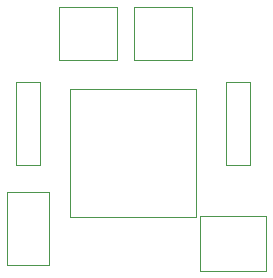
<source format=gbr>
%TF.GenerationSoftware,KiCad,Pcbnew,(5.1.9)-1*%
%TF.CreationDate,2021-03-24T10:04:47+05:30*%
%TF.ProjectId,Project1,50726f6a-6563-4743-912e-6b696361645f,rev?*%
%TF.SameCoordinates,Original*%
%TF.FileFunction,Other,User*%
%FSLAX46Y46*%
G04 Gerber Fmt 4.6, Leading zero omitted, Abs format (unit mm)*
G04 Created by KiCad (PCBNEW (5.1.9)-1) date 2021-03-24 10:04:47*
%MOMM*%
%LPD*%
G01*
G04 APERTURE LIST*
%ADD10C,0.050000*%
G04 APERTURE END LIST*
D10*
%TO.C,VCC1*%
X131550000Y-90700000D02*
X135150000Y-90700000D01*
X131550000Y-84550000D02*
X131550000Y-90700000D01*
X135150000Y-84550000D02*
X131550000Y-84550000D01*
X135150000Y-90700000D02*
X135150000Y-84550000D01*
%TO.C,U1*%
X147580000Y-75870000D02*
X136880000Y-75870000D01*
X147580000Y-86670000D02*
X147580000Y-75870000D01*
X136880000Y-86670000D02*
X147580000Y-86670000D01*
X136880000Y-75870000D02*
X136880000Y-86670000D01*
%TO.C,R3*%
X152180000Y-82230000D02*
X152180000Y-75250000D01*
X150080000Y-82230000D02*
X152180000Y-82230000D01*
X150080000Y-75250000D02*
X150080000Y-82230000D01*
X152180000Y-75250000D02*
X150080000Y-75250000D01*
%TO.C,R2*%
X134400000Y-82230000D02*
X134400000Y-75250000D01*
X132300000Y-82230000D02*
X134400000Y-82230000D01*
X132300000Y-75250000D02*
X132300000Y-82230000D01*
X134400000Y-75250000D02*
X132300000Y-75250000D01*
%TO.C,R1*%
X147870000Y-86550000D02*
X153530000Y-86550000D01*
X147870000Y-86550000D02*
X147870000Y-91250000D01*
X153530000Y-91250000D02*
X153530000Y-86550000D01*
X153530000Y-91250000D02*
X147870000Y-91250000D01*
%TO.C,D2*%
X140860000Y-68870000D02*
X136010000Y-68870000D01*
X140860000Y-73370000D02*
X140860000Y-68870000D01*
X136010000Y-73370000D02*
X140860000Y-73370000D01*
X136010000Y-68870000D02*
X136010000Y-73370000D01*
%TO.C,D1*%
X147210000Y-68870000D02*
X142360000Y-68870000D01*
X147210000Y-73370000D02*
X147210000Y-68870000D01*
X142360000Y-73370000D02*
X147210000Y-73370000D01*
X142360000Y-68870000D02*
X142360000Y-73370000D01*
%TD*%
M02*

</source>
